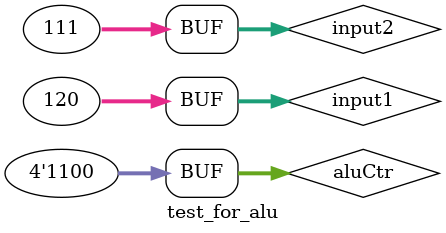
<source format=v>
`timescale 1ns / 1ps


module test_for_alu;

	// Inputs
	reg [31:0] input1;
	reg [31:0] input2;
	reg [3:0] aluCtr;

	// Outputs
	wire zero;
	wire [31:0] aluRes;

	// Instantiate the Unit Under Test (UUT)
	alu uut (
		.input1(input1), 
		.input2(input2), 
		.aluCtr(aluCtr), 
		.zero(zero), 
		.aluRes(aluRes)
	);

	initial begin
		// Initialize Inputs
		input1 = 0;
		input2 = 0;
		aluCtr = 0;

		// Wait 100 ns for global reset to finish
		#100;
      
      #100 aluCtr = 4'b0000;
		#100 input1 = 32'b00000000000000000000000011111111;
		#100 input2 = 32'b00000000000000000000000001111111;
      #100 aluCtr = 4'b0001;
		#100 input1 = 32'b00000000000000000000000000111111;
      #100 aluCtr = 4'b0010;
		#100 input2 = 32'b00000000000000000000000001101111;
      #100 aluCtr = 4'b0110;
		#100 input1 = 32'b00000000000000000000000001111000;
      #100 aluCtr = 4'b0111;
		#100 aluCtr = 4'b1100;
		// Add stimulus here

	end
      
endmodule


</source>
